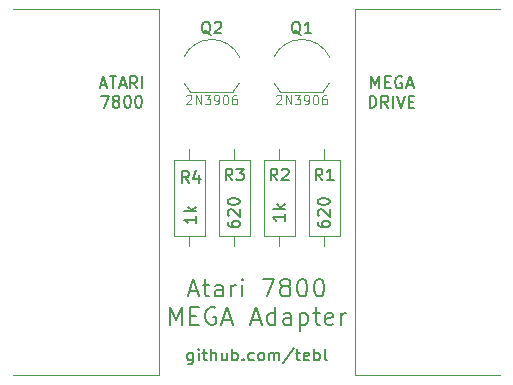
<source format=gto>
G04 #@! TF.FileFunction,Legend,Top*
%FSLAX46Y46*%
G04 Gerber Fmt 4.6, Leading zero omitted, Abs format (unit mm)*
G04 Created by KiCad (PCBNEW 4.0.7) date 10/15/19 22:27:56*
%MOMM*%
%LPD*%
G01*
G04 APERTURE LIST*
%ADD10C,0.100000*%
%ADD11C,0.150000*%
%ADD12C,0.120000*%
G04 APERTURE END LIST*
D10*
D11*
X141160714Y-66302381D02*
X141160714Y-65302381D01*
X141494048Y-66016667D01*
X141827381Y-65302381D01*
X141827381Y-66302381D01*
X142303571Y-65778571D02*
X142636905Y-65778571D01*
X142779762Y-66302381D02*
X142303571Y-66302381D01*
X142303571Y-65302381D01*
X142779762Y-65302381D01*
X143732143Y-65350000D02*
X143636905Y-65302381D01*
X143494048Y-65302381D01*
X143351190Y-65350000D01*
X143255952Y-65445238D01*
X143208333Y-65540476D01*
X143160714Y-65730952D01*
X143160714Y-65873810D01*
X143208333Y-66064286D01*
X143255952Y-66159524D01*
X143351190Y-66254762D01*
X143494048Y-66302381D01*
X143589286Y-66302381D01*
X143732143Y-66254762D01*
X143779762Y-66207143D01*
X143779762Y-65873810D01*
X143589286Y-65873810D01*
X144160714Y-66016667D02*
X144636905Y-66016667D01*
X144065476Y-66302381D02*
X144398809Y-65302381D01*
X144732143Y-66302381D01*
X140994048Y-67952381D02*
X140994048Y-66952381D01*
X141232143Y-66952381D01*
X141375001Y-67000000D01*
X141470239Y-67095238D01*
X141517858Y-67190476D01*
X141565477Y-67380952D01*
X141565477Y-67523810D01*
X141517858Y-67714286D01*
X141470239Y-67809524D01*
X141375001Y-67904762D01*
X141232143Y-67952381D01*
X140994048Y-67952381D01*
X142565477Y-67952381D02*
X142232143Y-67476190D01*
X141994048Y-67952381D02*
X141994048Y-66952381D01*
X142375001Y-66952381D01*
X142470239Y-67000000D01*
X142517858Y-67047619D01*
X142565477Y-67142857D01*
X142565477Y-67285714D01*
X142517858Y-67380952D01*
X142470239Y-67428571D01*
X142375001Y-67476190D01*
X141994048Y-67476190D01*
X142994048Y-67952381D02*
X142994048Y-66952381D01*
X143327381Y-66952381D02*
X143660714Y-67952381D01*
X143994048Y-66952381D01*
X144327381Y-67428571D02*
X144660715Y-67428571D01*
X144803572Y-67952381D02*
X144327381Y-67952381D01*
X144327381Y-66952381D01*
X144803572Y-66952381D01*
X118229286Y-66016667D02*
X118705477Y-66016667D01*
X118134048Y-66302381D02*
X118467381Y-65302381D01*
X118800715Y-66302381D01*
X118991191Y-65302381D02*
X119562620Y-65302381D01*
X119276905Y-66302381D02*
X119276905Y-65302381D01*
X119848334Y-66016667D02*
X120324525Y-66016667D01*
X119753096Y-66302381D02*
X120086429Y-65302381D01*
X120419763Y-66302381D01*
X121324525Y-66302381D02*
X120991191Y-65826190D01*
X120753096Y-66302381D02*
X120753096Y-65302381D01*
X121134049Y-65302381D01*
X121229287Y-65350000D01*
X121276906Y-65397619D01*
X121324525Y-65492857D01*
X121324525Y-65635714D01*
X121276906Y-65730952D01*
X121229287Y-65778571D01*
X121134049Y-65826190D01*
X120753096Y-65826190D01*
X121753096Y-66302381D02*
X121753096Y-65302381D01*
X118253095Y-66952381D02*
X118919762Y-66952381D01*
X118491190Y-67952381D01*
X119443571Y-67380952D02*
X119348333Y-67333333D01*
X119300714Y-67285714D01*
X119253095Y-67190476D01*
X119253095Y-67142857D01*
X119300714Y-67047619D01*
X119348333Y-67000000D01*
X119443571Y-66952381D01*
X119634048Y-66952381D01*
X119729286Y-67000000D01*
X119776905Y-67047619D01*
X119824524Y-67142857D01*
X119824524Y-67190476D01*
X119776905Y-67285714D01*
X119729286Y-67333333D01*
X119634048Y-67380952D01*
X119443571Y-67380952D01*
X119348333Y-67428571D01*
X119300714Y-67476190D01*
X119253095Y-67571429D01*
X119253095Y-67761905D01*
X119300714Y-67857143D01*
X119348333Y-67904762D01*
X119443571Y-67952381D01*
X119634048Y-67952381D01*
X119729286Y-67904762D01*
X119776905Y-67857143D01*
X119824524Y-67761905D01*
X119824524Y-67571429D01*
X119776905Y-67476190D01*
X119729286Y-67428571D01*
X119634048Y-67380952D01*
X120443571Y-66952381D02*
X120538810Y-66952381D01*
X120634048Y-67000000D01*
X120681667Y-67047619D01*
X120729286Y-67142857D01*
X120776905Y-67333333D01*
X120776905Y-67571429D01*
X120729286Y-67761905D01*
X120681667Y-67857143D01*
X120634048Y-67904762D01*
X120538810Y-67952381D01*
X120443571Y-67952381D01*
X120348333Y-67904762D01*
X120300714Y-67857143D01*
X120253095Y-67761905D01*
X120205476Y-67571429D01*
X120205476Y-67333333D01*
X120253095Y-67142857D01*
X120300714Y-67047619D01*
X120348333Y-67000000D01*
X120443571Y-66952381D01*
X121395952Y-66952381D02*
X121491191Y-66952381D01*
X121586429Y-67000000D01*
X121634048Y-67047619D01*
X121681667Y-67142857D01*
X121729286Y-67333333D01*
X121729286Y-67571429D01*
X121681667Y-67761905D01*
X121634048Y-67857143D01*
X121586429Y-67904762D01*
X121491191Y-67952381D01*
X121395952Y-67952381D01*
X121300714Y-67904762D01*
X121253095Y-67857143D01*
X121205476Y-67761905D01*
X121157857Y-67571429D01*
X121157857Y-67333333D01*
X121205476Y-67142857D01*
X121253095Y-67047619D01*
X121300714Y-67000000D01*
X121395952Y-66952381D01*
X126040238Y-88685714D02*
X126040238Y-89495238D01*
X125992619Y-89590476D01*
X125945000Y-89638095D01*
X125849761Y-89685714D01*
X125706904Y-89685714D01*
X125611666Y-89638095D01*
X126040238Y-89304762D02*
X125945000Y-89352381D01*
X125754523Y-89352381D01*
X125659285Y-89304762D01*
X125611666Y-89257143D01*
X125564047Y-89161905D01*
X125564047Y-88876190D01*
X125611666Y-88780952D01*
X125659285Y-88733333D01*
X125754523Y-88685714D01*
X125945000Y-88685714D01*
X126040238Y-88733333D01*
X126516428Y-89352381D02*
X126516428Y-88685714D01*
X126516428Y-88352381D02*
X126468809Y-88400000D01*
X126516428Y-88447619D01*
X126564047Y-88400000D01*
X126516428Y-88352381D01*
X126516428Y-88447619D01*
X126849761Y-88685714D02*
X127230713Y-88685714D01*
X126992618Y-88352381D02*
X126992618Y-89209524D01*
X127040237Y-89304762D01*
X127135475Y-89352381D01*
X127230713Y-89352381D01*
X127564047Y-89352381D02*
X127564047Y-88352381D01*
X127992619Y-89352381D02*
X127992619Y-88828571D01*
X127945000Y-88733333D01*
X127849762Y-88685714D01*
X127706904Y-88685714D01*
X127611666Y-88733333D01*
X127564047Y-88780952D01*
X128897381Y-88685714D02*
X128897381Y-89352381D01*
X128468809Y-88685714D02*
X128468809Y-89209524D01*
X128516428Y-89304762D01*
X128611666Y-89352381D01*
X128754524Y-89352381D01*
X128849762Y-89304762D01*
X128897381Y-89257143D01*
X129373571Y-89352381D02*
X129373571Y-88352381D01*
X129373571Y-88733333D02*
X129468809Y-88685714D01*
X129659286Y-88685714D01*
X129754524Y-88733333D01*
X129802143Y-88780952D01*
X129849762Y-88876190D01*
X129849762Y-89161905D01*
X129802143Y-89257143D01*
X129754524Y-89304762D01*
X129659286Y-89352381D01*
X129468809Y-89352381D01*
X129373571Y-89304762D01*
X130278333Y-89257143D02*
X130325952Y-89304762D01*
X130278333Y-89352381D01*
X130230714Y-89304762D01*
X130278333Y-89257143D01*
X130278333Y-89352381D01*
X131183095Y-89304762D02*
X131087857Y-89352381D01*
X130897380Y-89352381D01*
X130802142Y-89304762D01*
X130754523Y-89257143D01*
X130706904Y-89161905D01*
X130706904Y-88876190D01*
X130754523Y-88780952D01*
X130802142Y-88733333D01*
X130897380Y-88685714D01*
X131087857Y-88685714D01*
X131183095Y-88733333D01*
X131754523Y-89352381D02*
X131659285Y-89304762D01*
X131611666Y-89257143D01*
X131564047Y-89161905D01*
X131564047Y-88876190D01*
X131611666Y-88780952D01*
X131659285Y-88733333D01*
X131754523Y-88685714D01*
X131897381Y-88685714D01*
X131992619Y-88733333D01*
X132040238Y-88780952D01*
X132087857Y-88876190D01*
X132087857Y-89161905D01*
X132040238Y-89257143D01*
X131992619Y-89304762D01*
X131897381Y-89352381D01*
X131754523Y-89352381D01*
X132516428Y-89352381D02*
X132516428Y-88685714D01*
X132516428Y-88780952D02*
X132564047Y-88733333D01*
X132659285Y-88685714D01*
X132802143Y-88685714D01*
X132897381Y-88733333D01*
X132945000Y-88828571D01*
X132945000Y-89352381D01*
X132945000Y-88828571D02*
X132992619Y-88733333D01*
X133087857Y-88685714D01*
X133230714Y-88685714D01*
X133325952Y-88733333D01*
X133373571Y-88828571D01*
X133373571Y-89352381D01*
X134564047Y-88304762D02*
X133706904Y-89590476D01*
X134754523Y-88685714D02*
X135135475Y-88685714D01*
X134897380Y-88352381D02*
X134897380Y-89209524D01*
X134944999Y-89304762D01*
X135040237Y-89352381D01*
X135135475Y-89352381D01*
X135849762Y-89304762D02*
X135754524Y-89352381D01*
X135564047Y-89352381D01*
X135468809Y-89304762D01*
X135421190Y-89209524D01*
X135421190Y-88828571D01*
X135468809Y-88733333D01*
X135564047Y-88685714D01*
X135754524Y-88685714D01*
X135849762Y-88733333D01*
X135897381Y-88828571D01*
X135897381Y-88923810D01*
X135421190Y-89019048D01*
X136325952Y-89352381D02*
X136325952Y-88352381D01*
X136325952Y-88733333D02*
X136421190Y-88685714D01*
X136611667Y-88685714D01*
X136706905Y-88733333D01*
X136754524Y-88780952D01*
X136802143Y-88876190D01*
X136802143Y-89161905D01*
X136754524Y-89257143D01*
X136706905Y-89304762D01*
X136611667Y-89352381D01*
X136421190Y-89352381D01*
X136325952Y-89304762D01*
X137373571Y-89352381D02*
X137278333Y-89304762D01*
X137230714Y-89209524D01*
X137230714Y-88352381D01*
X125730715Y-83505000D02*
X126445001Y-83505000D01*
X125587858Y-83933571D02*
X126087858Y-82433571D01*
X126587858Y-83933571D01*
X126873572Y-82933571D02*
X127445001Y-82933571D01*
X127087858Y-82433571D02*
X127087858Y-83719286D01*
X127159286Y-83862143D01*
X127302144Y-83933571D01*
X127445001Y-83933571D01*
X128587858Y-83933571D02*
X128587858Y-83147857D01*
X128516429Y-83005000D01*
X128373572Y-82933571D01*
X128087858Y-82933571D01*
X127945001Y-83005000D01*
X128587858Y-83862143D02*
X128445001Y-83933571D01*
X128087858Y-83933571D01*
X127945001Y-83862143D01*
X127873572Y-83719286D01*
X127873572Y-83576429D01*
X127945001Y-83433571D01*
X128087858Y-83362143D01*
X128445001Y-83362143D01*
X128587858Y-83290714D01*
X129302144Y-83933571D02*
X129302144Y-82933571D01*
X129302144Y-83219286D02*
X129373572Y-83076429D01*
X129445001Y-83005000D01*
X129587858Y-82933571D01*
X129730715Y-82933571D01*
X130230715Y-83933571D02*
X130230715Y-82933571D01*
X130230715Y-82433571D02*
X130159286Y-82505000D01*
X130230715Y-82576429D01*
X130302143Y-82505000D01*
X130230715Y-82433571D01*
X130230715Y-82576429D01*
X131945001Y-82433571D02*
X132945001Y-82433571D01*
X132302144Y-83933571D01*
X133730715Y-83076429D02*
X133587857Y-83005000D01*
X133516429Y-82933571D01*
X133445000Y-82790714D01*
X133445000Y-82719286D01*
X133516429Y-82576429D01*
X133587857Y-82505000D01*
X133730715Y-82433571D01*
X134016429Y-82433571D01*
X134159286Y-82505000D01*
X134230715Y-82576429D01*
X134302143Y-82719286D01*
X134302143Y-82790714D01*
X134230715Y-82933571D01*
X134159286Y-83005000D01*
X134016429Y-83076429D01*
X133730715Y-83076429D01*
X133587857Y-83147857D01*
X133516429Y-83219286D01*
X133445000Y-83362143D01*
X133445000Y-83647857D01*
X133516429Y-83790714D01*
X133587857Y-83862143D01*
X133730715Y-83933571D01*
X134016429Y-83933571D01*
X134159286Y-83862143D01*
X134230715Y-83790714D01*
X134302143Y-83647857D01*
X134302143Y-83362143D01*
X134230715Y-83219286D01*
X134159286Y-83147857D01*
X134016429Y-83076429D01*
X135230714Y-82433571D02*
X135373571Y-82433571D01*
X135516428Y-82505000D01*
X135587857Y-82576429D01*
X135659286Y-82719286D01*
X135730714Y-83005000D01*
X135730714Y-83362143D01*
X135659286Y-83647857D01*
X135587857Y-83790714D01*
X135516428Y-83862143D01*
X135373571Y-83933571D01*
X135230714Y-83933571D01*
X135087857Y-83862143D01*
X135016428Y-83790714D01*
X134945000Y-83647857D01*
X134873571Y-83362143D01*
X134873571Y-83005000D01*
X134945000Y-82719286D01*
X135016428Y-82576429D01*
X135087857Y-82505000D01*
X135230714Y-82433571D01*
X136659285Y-82433571D02*
X136802142Y-82433571D01*
X136944999Y-82505000D01*
X137016428Y-82576429D01*
X137087857Y-82719286D01*
X137159285Y-83005000D01*
X137159285Y-83362143D01*
X137087857Y-83647857D01*
X137016428Y-83790714D01*
X136944999Y-83862143D01*
X136802142Y-83933571D01*
X136659285Y-83933571D01*
X136516428Y-83862143D01*
X136444999Y-83790714D01*
X136373571Y-83647857D01*
X136302142Y-83362143D01*
X136302142Y-83005000D01*
X136373571Y-82719286D01*
X136444999Y-82576429D01*
X136516428Y-82505000D01*
X136659285Y-82433571D01*
X124087858Y-86333571D02*
X124087858Y-84833571D01*
X124587858Y-85905000D01*
X125087858Y-84833571D01*
X125087858Y-86333571D01*
X125802144Y-85547857D02*
X126302144Y-85547857D01*
X126516430Y-86333571D02*
X125802144Y-86333571D01*
X125802144Y-84833571D01*
X126516430Y-84833571D01*
X127945001Y-84905000D02*
X127802144Y-84833571D01*
X127587858Y-84833571D01*
X127373573Y-84905000D01*
X127230715Y-85047857D01*
X127159287Y-85190714D01*
X127087858Y-85476429D01*
X127087858Y-85690714D01*
X127159287Y-85976429D01*
X127230715Y-86119286D01*
X127373573Y-86262143D01*
X127587858Y-86333571D01*
X127730715Y-86333571D01*
X127945001Y-86262143D01*
X128016430Y-86190714D01*
X128016430Y-85690714D01*
X127730715Y-85690714D01*
X128587858Y-85905000D02*
X129302144Y-85905000D01*
X128445001Y-86333571D02*
X128945001Y-84833571D01*
X129445001Y-86333571D01*
X131016429Y-85905000D02*
X131730715Y-85905000D01*
X130873572Y-86333571D02*
X131373572Y-84833571D01*
X131873572Y-86333571D01*
X133016429Y-86333571D02*
X133016429Y-84833571D01*
X133016429Y-86262143D02*
X132873572Y-86333571D01*
X132587858Y-86333571D01*
X132445000Y-86262143D01*
X132373572Y-86190714D01*
X132302143Y-86047857D01*
X132302143Y-85619286D01*
X132373572Y-85476429D01*
X132445000Y-85405000D01*
X132587858Y-85333571D01*
X132873572Y-85333571D01*
X133016429Y-85405000D01*
X134373572Y-86333571D02*
X134373572Y-85547857D01*
X134302143Y-85405000D01*
X134159286Y-85333571D01*
X133873572Y-85333571D01*
X133730715Y-85405000D01*
X134373572Y-86262143D02*
X134230715Y-86333571D01*
X133873572Y-86333571D01*
X133730715Y-86262143D01*
X133659286Y-86119286D01*
X133659286Y-85976429D01*
X133730715Y-85833571D01*
X133873572Y-85762143D01*
X134230715Y-85762143D01*
X134373572Y-85690714D01*
X135087858Y-85333571D02*
X135087858Y-86833571D01*
X135087858Y-85405000D02*
X135230715Y-85333571D01*
X135516429Y-85333571D01*
X135659286Y-85405000D01*
X135730715Y-85476429D01*
X135802144Y-85619286D01*
X135802144Y-86047857D01*
X135730715Y-86190714D01*
X135659286Y-86262143D01*
X135516429Y-86333571D01*
X135230715Y-86333571D01*
X135087858Y-86262143D01*
X136230715Y-85333571D02*
X136802144Y-85333571D01*
X136445001Y-84833571D02*
X136445001Y-86119286D01*
X136516429Y-86262143D01*
X136659287Y-86333571D01*
X136802144Y-86333571D01*
X137873572Y-86262143D02*
X137730715Y-86333571D01*
X137445001Y-86333571D01*
X137302144Y-86262143D01*
X137230715Y-86119286D01*
X137230715Y-85547857D01*
X137302144Y-85405000D01*
X137445001Y-85333571D01*
X137730715Y-85333571D01*
X137873572Y-85405000D01*
X137945001Y-85547857D01*
X137945001Y-85690714D01*
X137230715Y-85833571D01*
X138587858Y-86333571D02*
X138587858Y-85333571D01*
X138587858Y-85619286D02*
X138659286Y-85476429D01*
X138730715Y-85405000D01*
X138873572Y-85333571D01*
X139016429Y-85333571D01*
D12*
X110805000Y-59620000D02*
X123145000Y-59620000D01*
X123145000Y-59620000D02*
X123145000Y-90590000D01*
X123145000Y-90590000D02*
X110805000Y-90590000D01*
X133455000Y-66620000D02*
X137055000Y-66620000D01*
X132930816Y-65892795D02*
G75*
G03X133455000Y-66620000I2324184J1122795D01*
G01*
X132898600Y-63671193D02*
G75*
G02X135255000Y-62170000I2356400J-1098807D01*
G01*
X137611400Y-63671193D02*
G75*
G03X135255000Y-62170000I-2356400J-1098807D01*
G01*
X137579184Y-65892795D02*
G75*
G02X137055000Y-66620000I-2324184J1122795D01*
G01*
X125835000Y-66620000D02*
X129435000Y-66620000D01*
X125310816Y-65892795D02*
G75*
G03X125835000Y-66620000I2324184J1122795D01*
G01*
X125278600Y-63671193D02*
G75*
G02X127635000Y-62170000I2356400J-1098807D01*
G01*
X129991400Y-63671193D02*
G75*
G03X127635000Y-62170000I-2356400J-1098807D01*
G01*
X129959184Y-65892795D02*
G75*
G02X129435000Y-66620000I-2324184J1122795D01*
G01*
X152085000Y-90590000D02*
X139745000Y-90590000D01*
X139745000Y-90590000D02*
X139745000Y-59620000D01*
X139745000Y-59620000D02*
X152085000Y-59620000D01*
X138470000Y-72355000D02*
X135850000Y-72355000D01*
X135850000Y-72355000D02*
X135850000Y-78775000D01*
X135850000Y-78775000D02*
X138470000Y-78775000D01*
X138470000Y-78775000D02*
X138470000Y-72355000D01*
X137160000Y-71465000D02*
X137160000Y-72355000D01*
X137160000Y-79665000D02*
X137160000Y-78775000D01*
X134660000Y-72355000D02*
X132040000Y-72355000D01*
X132040000Y-72355000D02*
X132040000Y-78775000D01*
X132040000Y-78775000D02*
X134660000Y-78775000D01*
X134660000Y-78775000D02*
X134660000Y-72355000D01*
X133350000Y-71465000D02*
X133350000Y-72355000D01*
X133350000Y-79665000D02*
X133350000Y-78775000D01*
X130850000Y-72355000D02*
X128230000Y-72355000D01*
X128230000Y-72355000D02*
X128230000Y-78775000D01*
X128230000Y-78775000D02*
X130850000Y-78775000D01*
X130850000Y-78775000D02*
X130850000Y-72355000D01*
X129540000Y-71465000D02*
X129540000Y-72355000D01*
X129540000Y-79665000D02*
X129540000Y-78775000D01*
X127040000Y-72355000D02*
X124420000Y-72355000D01*
X124420000Y-72355000D02*
X124420000Y-78775000D01*
X124420000Y-78775000D02*
X127040000Y-78775000D01*
X127040000Y-78775000D02*
X127040000Y-72355000D01*
X125730000Y-71465000D02*
X125730000Y-72355000D01*
X125730000Y-79665000D02*
X125730000Y-78775000D01*
D11*
X135159762Y-61757619D02*
X135064524Y-61710000D01*
X134969286Y-61614762D01*
X134826429Y-61471905D01*
X134731190Y-61424286D01*
X134635952Y-61424286D01*
X134683571Y-61662381D02*
X134588333Y-61614762D01*
X134493095Y-61519524D01*
X134445476Y-61329048D01*
X134445476Y-60995714D01*
X134493095Y-60805238D01*
X134588333Y-60710000D01*
X134683571Y-60662381D01*
X134874048Y-60662381D01*
X134969286Y-60710000D01*
X135064524Y-60805238D01*
X135112143Y-60995714D01*
X135112143Y-61329048D01*
X135064524Y-61519524D01*
X134969286Y-61614762D01*
X134874048Y-61662381D01*
X134683571Y-61662381D01*
X136064524Y-61662381D02*
X135493095Y-61662381D01*
X135778809Y-61662381D02*
X135778809Y-60662381D01*
X135683571Y-60805238D01*
X135588333Y-60900476D01*
X135493095Y-60948095D01*
D10*
X133083571Y-66948095D02*
X133121666Y-66910000D01*
X133197857Y-66871905D01*
X133388333Y-66871905D01*
X133464523Y-66910000D01*
X133502619Y-66948095D01*
X133540714Y-67024286D01*
X133540714Y-67100476D01*
X133502619Y-67214762D01*
X133045476Y-67671905D01*
X133540714Y-67671905D01*
X133883571Y-67671905D02*
X133883571Y-66871905D01*
X134340714Y-67671905D01*
X134340714Y-66871905D01*
X134645476Y-66871905D02*
X135140714Y-66871905D01*
X134874047Y-67176667D01*
X134988333Y-67176667D01*
X135064523Y-67214762D01*
X135102619Y-67252857D01*
X135140714Y-67329048D01*
X135140714Y-67519524D01*
X135102619Y-67595714D01*
X135064523Y-67633810D01*
X134988333Y-67671905D01*
X134759761Y-67671905D01*
X134683571Y-67633810D01*
X134645476Y-67595714D01*
X135521666Y-67671905D02*
X135674047Y-67671905D01*
X135750238Y-67633810D01*
X135788333Y-67595714D01*
X135864524Y-67481429D01*
X135902619Y-67329048D01*
X135902619Y-67024286D01*
X135864524Y-66948095D01*
X135826428Y-66910000D01*
X135750238Y-66871905D01*
X135597857Y-66871905D01*
X135521666Y-66910000D01*
X135483571Y-66948095D01*
X135445476Y-67024286D01*
X135445476Y-67214762D01*
X135483571Y-67290952D01*
X135521666Y-67329048D01*
X135597857Y-67367143D01*
X135750238Y-67367143D01*
X135826428Y-67329048D01*
X135864524Y-67290952D01*
X135902619Y-67214762D01*
X136397857Y-66871905D02*
X136474048Y-66871905D01*
X136550238Y-66910000D01*
X136588333Y-66948095D01*
X136626429Y-67024286D01*
X136664524Y-67176667D01*
X136664524Y-67367143D01*
X136626429Y-67519524D01*
X136588333Y-67595714D01*
X136550238Y-67633810D01*
X136474048Y-67671905D01*
X136397857Y-67671905D01*
X136321667Y-67633810D01*
X136283571Y-67595714D01*
X136245476Y-67519524D01*
X136207381Y-67367143D01*
X136207381Y-67176667D01*
X136245476Y-67024286D01*
X136283571Y-66948095D01*
X136321667Y-66910000D01*
X136397857Y-66871905D01*
X137350238Y-66871905D02*
X137197857Y-66871905D01*
X137121667Y-66910000D01*
X137083572Y-66948095D01*
X137007381Y-67062381D01*
X136969286Y-67214762D01*
X136969286Y-67519524D01*
X137007381Y-67595714D01*
X137045476Y-67633810D01*
X137121667Y-67671905D01*
X137274048Y-67671905D01*
X137350238Y-67633810D01*
X137388334Y-67595714D01*
X137426429Y-67519524D01*
X137426429Y-67329048D01*
X137388334Y-67252857D01*
X137350238Y-67214762D01*
X137274048Y-67176667D01*
X137121667Y-67176667D01*
X137045476Y-67214762D01*
X137007381Y-67252857D01*
X136969286Y-67329048D01*
D11*
X127539762Y-61757619D02*
X127444524Y-61710000D01*
X127349286Y-61614762D01*
X127206429Y-61471905D01*
X127111190Y-61424286D01*
X127015952Y-61424286D01*
X127063571Y-61662381D02*
X126968333Y-61614762D01*
X126873095Y-61519524D01*
X126825476Y-61329048D01*
X126825476Y-60995714D01*
X126873095Y-60805238D01*
X126968333Y-60710000D01*
X127063571Y-60662381D01*
X127254048Y-60662381D01*
X127349286Y-60710000D01*
X127444524Y-60805238D01*
X127492143Y-60995714D01*
X127492143Y-61329048D01*
X127444524Y-61519524D01*
X127349286Y-61614762D01*
X127254048Y-61662381D01*
X127063571Y-61662381D01*
X127873095Y-60757619D02*
X127920714Y-60710000D01*
X128015952Y-60662381D01*
X128254048Y-60662381D01*
X128349286Y-60710000D01*
X128396905Y-60757619D01*
X128444524Y-60852857D01*
X128444524Y-60948095D01*
X128396905Y-61090952D01*
X127825476Y-61662381D01*
X128444524Y-61662381D01*
D10*
X125463571Y-66948095D02*
X125501666Y-66910000D01*
X125577857Y-66871905D01*
X125768333Y-66871905D01*
X125844523Y-66910000D01*
X125882619Y-66948095D01*
X125920714Y-67024286D01*
X125920714Y-67100476D01*
X125882619Y-67214762D01*
X125425476Y-67671905D01*
X125920714Y-67671905D01*
X126263571Y-67671905D02*
X126263571Y-66871905D01*
X126720714Y-67671905D01*
X126720714Y-66871905D01*
X127025476Y-66871905D02*
X127520714Y-66871905D01*
X127254047Y-67176667D01*
X127368333Y-67176667D01*
X127444523Y-67214762D01*
X127482619Y-67252857D01*
X127520714Y-67329048D01*
X127520714Y-67519524D01*
X127482619Y-67595714D01*
X127444523Y-67633810D01*
X127368333Y-67671905D01*
X127139761Y-67671905D01*
X127063571Y-67633810D01*
X127025476Y-67595714D01*
X127901666Y-67671905D02*
X128054047Y-67671905D01*
X128130238Y-67633810D01*
X128168333Y-67595714D01*
X128244524Y-67481429D01*
X128282619Y-67329048D01*
X128282619Y-67024286D01*
X128244524Y-66948095D01*
X128206428Y-66910000D01*
X128130238Y-66871905D01*
X127977857Y-66871905D01*
X127901666Y-66910000D01*
X127863571Y-66948095D01*
X127825476Y-67024286D01*
X127825476Y-67214762D01*
X127863571Y-67290952D01*
X127901666Y-67329048D01*
X127977857Y-67367143D01*
X128130238Y-67367143D01*
X128206428Y-67329048D01*
X128244524Y-67290952D01*
X128282619Y-67214762D01*
X128777857Y-66871905D02*
X128854048Y-66871905D01*
X128930238Y-66910000D01*
X128968333Y-66948095D01*
X129006429Y-67024286D01*
X129044524Y-67176667D01*
X129044524Y-67367143D01*
X129006429Y-67519524D01*
X128968333Y-67595714D01*
X128930238Y-67633810D01*
X128854048Y-67671905D01*
X128777857Y-67671905D01*
X128701667Y-67633810D01*
X128663571Y-67595714D01*
X128625476Y-67519524D01*
X128587381Y-67367143D01*
X128587381Y-67176667D01*
X128625476Y-67024286D01*
X128663571Y-66948095D01*
X128701667Y-66910000D01*
X128777857Y-66871905D01*
X129730238Y-66871905D02*
X129577857Y-66871905D01*
X129501667Y-66910000D01*
X129463572Y-66948095D01*
X129387381Y-67062381D01*
X129349286Y-67214762D01*
X129349286Y-67519524D01*
X129387381Y-67595714D01*
X129425476Y-67633810D01*
X129501667Y-67671905D01*
X129654048Y-67671905D01*
X129730238Y-67633810D01*
X129768334Y-67595714D01*
X129806429Y-67519524D01*
X129806429Y-67329048D01*
X129768334Y-67252857D01*
X129730238Y-67214762D01*
X129654048Y-67176667D01*
X129501667Y-67176667D01*
X129425476Y-67214762D01*
X129387381Y-67252857D01*
X129349286Y-67329048D01*
D11*
X136993334Y-74112381D02*
X136660000Y-73636190D01*
X136421905Y-74112381D02*
X136421905Y-73112381D01*
X136802858Y-73112381D01*
X136898096Y-73160000D01*
X136945715Y-73207619D01*
X136993334Y-73302857D01*
X136993334Y-73445714D01*
X136945715Y-73540952D01*
X136898096Y-73588571D01*
X136802858Y-73636190D01*
X136421905Y-73636190D01*
X137945715Y-74112381D02*
X137374286Y-74112381D01*
X137660000Y-74112381D02*
X137660000Y-73112381D01*
X137564762Y-73255238D01*
X137469524Y-73350476D01*
X137374286Y-73398095D01*
X136612381Y-77596904D02*
X136612381Y-77787381D01*
X136660000Y-77882619D01*
X136707619Y-77930238D01*
X136850476Y-78025476D01*
X137040952Y-78073095D01*
X137421905Y-78073095D01*
X137517143Y-78025476D01*
X137564762Y-77977857D01*
X137612381Y-77882619D01*
X137612381Y-77692142D01*
X137564762Y-77596904D01*
X137517143Y-77549285D01*
X137421905Y-77501666D01*
X137183810Y-77501666D01*
X137088571Y-77549285D01*
X137040952Y-77596904D01*
X136993333Y-77692142D01*
X136993333Y-77882619D01*
X137040952Y-77977857D01*
X137088571Y-78025476D01*
X137183810Y-78073095D01*
X136707619Y-77120714D02*
X136660000Y-77073095D01*
X136612381Y-76977857D01*
X136612381Y-76739761D01*
X136660000Y-76644523D01*
X136707619Y-76596904D01*
X136802857Y-76549285D01*
X136898095Y-76549285D01*
X137040952Y-76596904D01*
X137612381Y-77168333D01*
X137612381Y-76549285D01*
X136612381Y-75930238D02*
X136612381Y-75834999D01*
X136660000Y-75739761D01*
X136707619Y-75692142D01*
X136802857Y-75644523D01*
X136993333Y-75596904D01*
X137231429Y-75596904D01*
X137421905Y-75644523D01*
X137517143Y-75692142D01*
X137564762Y-75739761D01*
X137612381Y-75834999D01*
X137612381Y-75930238D01*
X137564762Y-76025476D01*
X137517143Y-76073095D01*
X137421905Y-76120714D01*
X137231429Y-76168333D01*
X136993333Y-76168333D01*
X136802857Y-76120714D01*
X136707619Y-76073095D01*
X136660000Y-76025476D01*
X136612381Y-75930238D01*
X133183334Y-74112381D02*
X132850000Y-73636190D01*
X132611905Y-74112381D02*
X132611905Y-73112381D01*
X132992858Y-73112381D01*
X133088096Y-73160000D01*
X133135715Y-73207619D01*
X133183334Y-73302857D01*
X133183334Y-73445714D01*
X133135715Y-73540952D01*
X133088096Y-73588571D01*
X132992858Y-73636190D01*
X132611905Y-73636190D01*
X133564286Y-73207619D02*
X133611905Y-73160000D01*
X133707143Y-73112381D01*
X133945239Y-73112381D01*
X134040477Y-73160000D01*
X134088096Y-73207619D01*
X134135715Y-73302857D01*
X134135715Y-73398095D01*
X134088096Y-73540952D01*
X133516667Y-74112381D01*
X134135715Y-74112381D01*
X133802381Y-76954047D02*
X133802381Y-77525476D01*
X133802381Y-77239762D02*
X132802381Y-77239762D01*
X132945238Y-77335000D01*
X133040476Y-77430238D01*
X133088095Y-77525476D01*
X133802381Y-76525476D02*
X132802381Y-76525476D01*
X133421429Y-76430238D02*
X133802381Y-76144523D01*
X133135714Y-76144523D02*
X133516667Y-76525476D01*
X129373334Y-74112381D02*
X129040000Y-73636190D01*
X128801905Y-74112381D02*
X128801905Y-73112381D01*
X129182858Y-73112381D01*
X129278096Y-73160000D01*
X129325715Y-73207619D01*
X129373334Y-73302857D01*
X129373334Y-73445714D01*
X129325715Y-73540952D01*
X129278096Y-73588571D01*
X129182858Y-73636190D01*
X128801905Y-73636190D01*
X129706667Y-73112381D02*
X130325715Y-73112381D01*
X129992381Y-73493333D01*
X130135239Y-73493333D01*
X130230477Y-73540952D01*
X130278096Y-73588571D01*
X130325715Y-73683810D01*
X130325715Y-73921905D01*
X130278096Y-74017143D01*
X130230477Y-74064762D01*
X130135239Y-74112381D01*
X129849524Y-74112381D01*
X129754286Y-74064762D01*
X129706667Y-74017143D01*
X128992381Y-77596904D02*
X128992381Y-77787381D01*
X129040000Y-77882619D01*
X129087619Y-77930238D01*
X129230476Y-78025476D01*
X129420952Y-78073095D01*
X129801905Y-78073095D01*
X129897143Y-78025476D01*
X129944762Y-77977857D01*
X129992381Y-77882619D01*
X129992381Y-77692142D01*
X129944762Y-77596904D01*
X129897143Y-77549285D01*
X129801905Y-77501666D01*
X129563810Y-77501666D01*
X129468571Y-77549285D01*
X129420952Y-77596904D01*
X129373333Y-77692142D01*
X129373333Y-77882619D01*
X129420952Y-77977857D01*
X129468571Y-78025476D01*
X129563810Y-78073095D01*
X129087619Y-77120714D02*
X129040000Y-77073095D01*
X128992381Y-76977857D01*
X128992381Y-76739761D01*
X129040000Y-76644523D01*
X129087619Y-76596904D01*
X129182857Y-76549285D01*
X129278095Y-76549285D01*
X129420952Y-76596904D01*
X129992381Y-77168333D01*
X129992381Y-76549285D01*
X128992381Y-75930238D02*
X128992381Y-75834999D01*
X129040000Y-75739761D01*
X129087619Y-75692142D01*
X129182857Y-75644523D01*
X129373333Y-75596904D01*
X129611429Y-75596904D01*
X129801905Y-75644523D01*
X129897143Y-75692142D01*
X129944762Y-75739761D01*
X129992381Y-75834999D01*
X129992381Y-75930238D01*
X129944762Y-76025476D01*
X129897143Y-76073095D01*
X129801905Y-76120714D01*
X129611429Y-76168333D01*
X129373333Y-76168333D01*
X129182857Y-76120714D01*
X129087619Y-76073095D01*
X129040000Y-76025476D01*
X128992381Y-75930238D01*
X125700335Y-74302881D02*
X125367001Y-73826690D01*
X125128906Y-74302881D02*
X125128906Y-73302881D01*
X125509859Y-73302881D01*
X125605097Y-73350500D01*
X125652716Y-73398119D01*
X125700335Y-73493357D01*
X125700335Y-73636214D01*
X125652716Y-73731452D01*
X125605097Y-73779071D01*
X125509859Y-73826690D01*
X125128906Y-73826690D01*
X126557478Y-73636214D02*
X126557478Y-74302881D01*
X126319382Y-73255262D02*
X126081287Y-73969548D01*
X126700335Y-73969548D01*
X126319382Y-77144547D02*
X126319382Y-77715976D01*
X126319382Y-77430262D02*
X125319382Y-77430262D01*
X125462239Y-77525500D01*
X125557477Y-77620738D01*
X125605096Y-77715976D01*
X126319382Y-76715976D02*
X125319382Y-76715976D01*
X125938430Y-76620738D02*
X126319382Y-76335023D01*
X125652715Y-76335023D02*
X126033668Y-76715976D01*
M02*

</source>
